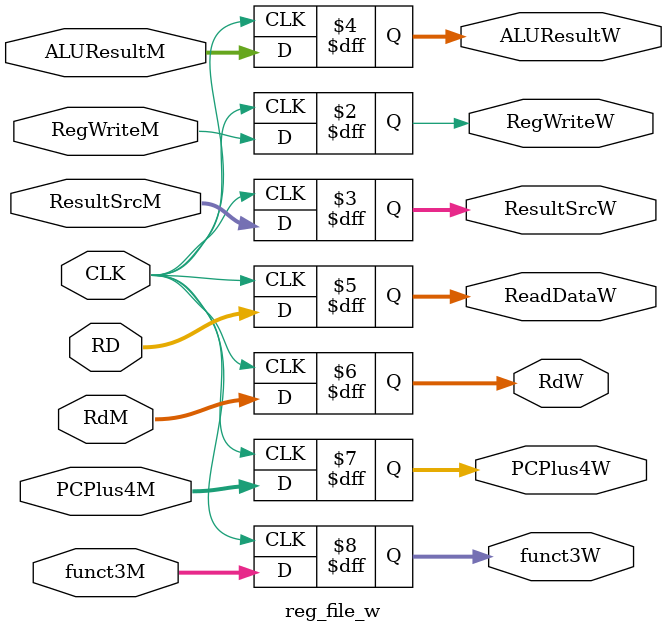
<source format=sv>
module reg_file_w #(
    parameter ADDRESS_WIDTH = 5,
    parameter DATA_WIDTH = 32,
    parameter ALU_CONTROL_WIDTH = 3,
    parameter FUNCT3_WIDTH = 3
)(
    input  logic                            CLK, 
    
    input  logic                            RegWriteM,
    input  logic [1:0]                      ResultSrcM, 
    input  logic [DATA_WIDTH-1:0]           ALUResultM,
    input  logic [DATA_WIDTH-1:0]           RD,
    input  logic [ADDRESS_WIDTH-1:0]        RdM,
    input  logic [DATA_WIDTH-1:0]           PCPlus4M, 
    input  logic [FUNCT3_WIDTH-1:0]         funct3M,

    output  logic                            RegWriteW,
    output  logic [1:0]                      ResultSrcW, 
    output  logic [DATA_WIDTH-1:0]           ALUResultW,
    output  logic [DATA_WIDTH-1:0]           ReadDataW,
    output  logic [ADDRESS_WIDTH-1:0]        RdW,
    output  logic [DATA_WIDTH-1:0]           PCPlus4W,
    output  logic [FUNCT3_WIDTH-1:0]         funct3W
    
    
);

always_ff @(posedge CLK) begin
    RegWriteW <= RegWriteM;
    ResultSrcW <= ResultSrcM;
    ALUResultW <= ALUResultM;
    ReadDataW <= RD;
    RdW <= RdM;
    PCPlus4W <= PCPlus4M;
    funct3W <= funct3M;
end

endmodule

</source>
